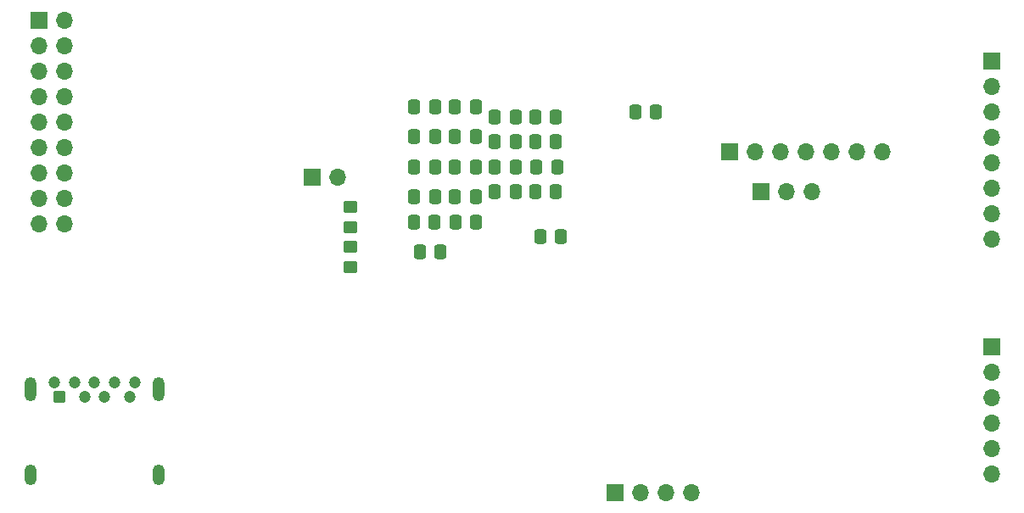
<source format=gbr>
%TF.GenerationSoftware,KiCad,Pcbnew,8.0.6*%
%TF.CreationDate,2024-11-07T17:09:19-06:00*%
%TF.ProjectId,CameraAI_PCB,43616d65-7261-4414-995f-5043422e6b69,rev?*%
%TF.SameCoordinates,Original*%
%TF.FileFunction,Soldermask,Bot*%
%TF.FilePolarity,Negative*%
%FSLAX46Y46*%
G04 Gerber Fmt 4.6, Leading zero omitted, Abs format (unit mm)*
G04 Created by KiCad (PCBNEW 8.0.6) date 2024-11-07 17:09:19*
%MOMM*%
%LPD*%
G01*
G04 APERTURE LIST*
G04 Aperture macros list*
%AMRoundRect*
0 Rectangle with rounded corners*
0 $1 Rounding radius*
0 $2 $3 $4 $5 $6 $7 $8 $9 X,Y pos of 4 corners*
0 Add a 4 corners polygon primitive as box body*
4,1,4,$2,$3,$4,$5,$6,$7,$8,$9,$2,$3,0*
0 Add four circle primitives for the rounded corners*
1,1,$1+$1,$2,$3*
1,1,$1+$1,$4,$5*
1,1,$1+$1,$6,$7*
1,1,$1+$1,$8,$9*
0 Add four rect primitives between the rounded corners*
20,1,$1+$1,$2,$3,$4,$5,0*
20,1,$1+$1,$4,$5,$6,$7,0*
20,1,$1+$1,$6,$7,$8,$9,0*
20,1,$1+$1,$8,$9,$2,$3,0*%
G04 Aperture macros list end*
%ADD10R,1.700000X1.700000*%
%ADD11O,1.700000X1.700000*%
%ADD12RoundRect,0.250000X-0.350000X-0.350000X0.350000X-0.350000X0.350000X0.350000X-0.350000X0.350000X0*%
%ADD13C,1.200000*%
%ADD14O,1.200000X2.400000*%
%ADD15O,1.200000X2.100000*%
%ADD16RoundRect,0.250000X0.337500X0.475000X-0.337500X0.475000X-0.337500X-0.475000X0.337500X-0.475000X0*%
%ADD17RoundRect,0.250000X-0.337500X-0.475000X0.337500X-0.475000X0.337500X0.475000X-0.337500X0.475000X0*%
%ADD18RoundRect,0.250000X-0.450000X0.350000X-0.450000X-0.350000X0.450000X-0.350000X0.450000X0.350000X0*%
G04 APERTURE END LIST*
D10*
%TO.C,J1*%
X94460000Y-54920000D03*
D11*
X97000000Y-54920000D03*
X94460000Y-57460000D03*
X97000000Y-57460000D03*
X94460000Y-60000000D03*
X97000000Y-60000000D03*
X94460000Y-62540000D03*
X97000000Y-62540000D03*
X94460000Y-65080000D03*
X97000000Y-65080000D03*
X94460000Y-67620000D03*
X97000000Y-67620000D03*
X94460000Y-70160000D03*
X97000000Y-70160000D03*
X94460000Y-72700000D03*
X97000000Y-72700000D03*
X94460000Y-75240000D03*
X97000000Y-75240000D03*
%TD*%
D10*
%TO.C,J3*%
X163340000Y-68000000D03*
D11*
X165880000Y-68000000D03*
X168420000Y-68000000D03*
X170960000Y-68000000D03*
X173500000Y-68000000D03*
X176040000Y-68000000D03*
X178580000Y-68000000D03*
%TD*%
D10*
%TO.C,J6*%
X151920000Y-102000000D03*
D11*
X154460000Y-102000000D03*
X157000000Y-102000000D03*
X159540000Y-102000000D03*
%TD*%
D12*
%TO.C,J2*%
X96500000Y-92500000D03*
D13*
X99000000Y-92500000D03*
X101000000Y-92500000D03*
X103500000Y-92500000D03*
X104000000Y-91000000D03*
X102000000Y-91000000D03*
X100000000Y-91000000D03*
X98000000Y-91000000D03*
X96000000Y-91000000D03*
D14*
X93600000Y-91750000D03*
D15*
X93600000Y-100250000D03*
D14*
X106400000Y-91750000D03*
D15*
X106400000Y-100250000D03*
%TD*%
D10*
%TO.C,J7*%
X166500000Y-72000000D03*
D11*
X169040000Y-72000000D03*
X171580000Y-72000000D03*
%TD*%
D10*
%TO.C,J5*%
X121725000Y-70500000D03*
D11*
X124265000Y-70500000D03*
%TD*%
D10*
%TO.C,J8*%
X189500000Y-58960000D03*
D11*
X189500000Y-61500000D03*
X189500000Y-64040000D03*
X189500000Y-66580000D03*
X189500000Y-69120000D03*
X189500000Y-71660000D03*
X189500000Y-74200000D03*
X189500000Y-76740000D03*
%TD*%
D10*
%TO.C,J4*%
X189500000Y-87460000D03*
D11*
X189500000Y-90000000D03*
X189500000Y-92540000D03*
X189500000Y-95080000D03*
X189500000Y-97620000D03*
X189500000Y-100160000D03*
%TD*%
D16*
%TO.C,C11*%
X138037500Y-63490000D03*
X135962500Y-63490000D03*
%TD*%
D17*
%TO.C,C17*%
X131925000Y-66500000D03*
X134000000Y-66500000D03*
%TD*%
D16*
%TO.C,C13*%
X138037500Y-69510000D03*
X135962500Y-69510000D03*
%TD*%
%TO.C,C19*%
X134000000Y-72520000D03*
X131925000Y-72520000D03*
%TD*%
D18*
%TO.C,R2*%
X125500000Y-77500000D03*
X125500000Y-79500000D03*
%TD*%
D16*
%TO.C,C18*%
X134000000Y-69510000D03*
X131925000Y-69510000D03*
%TD*%
%TO.C,C8*%
X142037500Y-69500000D03*
X139962500Y-69500000D03*
%TD*%
%TO.C,C2*%
X146537500Y-76500000D03*
X144462500Y-76500000D03*
%TD*%
%TO.C,C7*%
X142037500Y-67000000D03*
X139962500Y-67000000D03*
%TD*%
%TO.C,C12*%
X138037500Y-66500000D03*
X135962500Y-66500000D03*
%TD*%
%TO.C,C16*%
X134000000Y-63490000D03*
X131925000Y-63490000D03*
%TD*%
%TO.C,C23*%
X156037500Y-64000000D03*
X153962500Y-64000000D03*
%TD*%
D18*
%TO.C,R3*%
X125500000Y-73500000D03*
X125500000Y-75500000D03*
%TD*%
D16*
%TO.C,C15*%
X138075000Y-75000000D03*
X136000000Y-75000000D03*
%TD*%
%TO.C,C6*%
X142037500Y-64490000D03*
X139962500Y-64490000D03*
%TD*%
D17*
%TO.C,C4*%
X143962500Y-72000000D03*
X146037500Y-72000000D03*
%TD*%
D16*
%TO.C,C10*%
X146190000Y-69490000D03*
X144115000Y-69490000D03*
%TD*%
%TO.C,C14*%
X138037500Y-72520000D03*
X135962500Y-72520000D03*
%TD*%
%TO.C,C5*%
X146037500Y-67000000D03*
X143962500Y-67000000D03*
%TD*%
%TO.C,C3*%
X134537500Y-78000000D03*
X132462500Y-78000000D03*
%TD*%
%TO.C,C9*%
X142037500Y-72000000D03*
X139962500Y-72000000D03*
%TD*%
%TO.C,C20*%
X133922500Y-75020000D03*
X131847500Y-75020000D03*
%TD*%
%TO.C,C1*%
X146037500Y-64500000D03*
X143962500Y-64500000D03*
%TD*%
M02*

</source>
